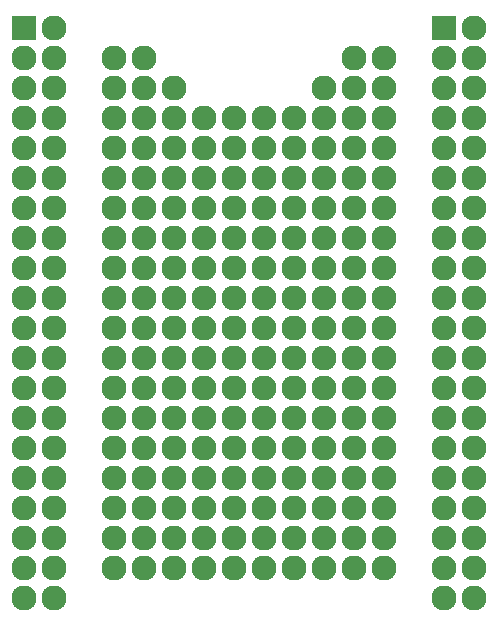
<source format=gts>
G04 #@! TF.FileFunction,Soldermask,Top*
%FSLAX46Y46*%
G04 Gerber Fmt 4.6, Leading zero omitted, Abs format (unit mm)*
G04 Created by KiCad (PCBNEW 4.0.1-3.201512221402+6198~38~ubuntu14.04.1-stable) date Sat 07 May 2016 10:22:12 PM PDT*
%MOMM*%
G01*
G04 APERTURE LIST*
%ADD10C,0.100000*%
%ADD11C,2.127200*%
%ADD12R,2.127200X2.127200*%
%ADD13O,2.127200X2.127200*%
G04 APERTURE END LIST*
D10*
D11*
X142748000Y-116840000D03*
X142748000Y-114300000D03*
X145288000Y-116840000D03*
X145288000Y-114300000D03*
X150368000Y-116840000D03*
X147828000Y-116840000D03*
X140208000Y-116840000D03*
X137668000Y-116840000D03*
X155448000Y-116840000D03*
X152908000Y-116840000D03*
X135128000Y-116840000D03*
X132588000Y-116840000D03*
X155448000Y-114300000D03*
X152908000Y-114300000D03*
X150368000Y-114300000D03*
X147828000Y-114300000D03*
X140208000Y-114300000D03*
X137668000Y-114300000D03*
X135128000Y-114300000D03*
X132588000Y-114300000D03*
X155448000Y-111760000D03*
X152908000Y-111760000D03*
X150368000Y-111760000D03*
X147828000Y-111760000D03*
X145288000Y-111760000D03*
X142748000Y-111760000D03*
X140208000Y-111760000D03*
X137668000Y-111760000D03*
X135128000Y-111760000D03*
X132588000Y-111760000D03*
X155448000Y-109220000D03*
X152908000Y-109220000D03*
X150368000Y-109220000D03*
X147828000Y-109220000D03*
X145288000Y-109220000D03*
X142748000Y-109220000D03*
X140208000Y-109220000D03*
X137668000Y-109220000D03*
X135128000Y-109220000D03*
X132588000Y-109220000D03*
X155448000Y-106680000D03*
X152908000Y-106680000D03*
X150368000Y-106680000D03*
X147828000Y-106680000D03*
X145288000Y-106680000D03*
X142748000Y-106680000D03*
X140208000Y-106680000D03*
X137668000Y-106680000D03*
X135128000Y-106680000D03*
X132588000Y-106680000D03*
X155448000Y-104140000D03*
X152908000Y-104140000D03*
X150368000Y-104140000D03*
X147828000Y-104140000D03*
X145288000Y-104140000D03*
X142748000Y-104140000D03*
X140208000Y-104140000D03*
X137668000Y-104140000D03*
X135128000Y-104140000D03*
X132588000Y-104140000D03*
X155448000Y-101600000D03*
X152908000Y-101600000D03*
X150368000Y-101600000D03*
X147828000Y-101600000D03*
X145288000Y-101600000D03*
X142748000Y-101600000D03*
X140208000Y-101600000D03*
X137668000Y-101600000D03*
X135128000Y-101600000D03*
X132588000Y-101600000D03*
X155448000Y-99060000D03*
X152908000Y-99060000D03*
X150368000Y-99060000D03*
X147828000Y-99060000D03*
X145288000Y-99060000D03*
X142748000Y-99060000D03*
X140208000Y-99060000D03*
X137668000Y-99060000D03*
X135128000Y-99060000D03*
X132588000Y-99060000D03*
X155448000Y-96520000D03*
X152908000Y-96520000D03*
X150368000Y-96520000D03*
X147828000Y-96520000D03*
X145288000Y-96520000D03*
X142748000Y-96520000D03*
X140208000Y-96520000D03*
X137668000Y-96520000D03*
X135128000Y-96520000D03*
X132588000Y-96520000D03*
X155448000Y-93980000D03*
X152908000Y-93980000D03*
X150368000Y-93980000D03*
X147828000Y-93980000D03*
X145288000Y-93980000D03*
X142748000Y-93980000D03*
X140208000Y-93980000D03*
X137668000Y-93980000D03*
X135128000Y-93980000D03*
X132588000Y-93980000D03*
X155448000Y-91440000D03*
X152908000Y-91440000D03*
X150368000Y-91440000D03*
X147828000Y-91440000D03*
X145288000Y-91440000D03*
X142748000Y-91440000D03*
X140208000Y-91440000D03*
X137668000Y-91440000D03*
X135128000Y-91440000D03*
X132588000Y-91440000D03*
X155448000Y-88900000D03*
X152908000Y-88900000D03*
X150368000Y-88900000D03*
X147828000Y-88900000D03*
X145288000Y-88900000D03*
X142748000Y-88900000D03*
X140208000Y-88900000D03*
X137668000Y-88900000D03*
X135128000Y-88900000D03*
X132588000Y-88900000D03*
X155448000Y-86360000D03*
X152908000Y-86360000D03*
X150368000Y-86360000D03*
X147828000Y-86360000D03*
X145288000Y-86360000D03*
X142748000Y-86360000D03*
X140208000Y-86360000D03*
X137668000Y-86360000D03*
X135128000Y-86360000D03*
X132588000Y-86360000D03*
X155448000Y-83820000D03*
X152908000Y-83820000D03*
X150368000Y-83820000D03*
X147828000Y-83820000D03*
X145288000Y-83820000D03*
X142748000Y-83820000D03*
X140208000Y-83820000D03*
X137668000Y-83820000D03*
X135128000Y-83820000D03*
X132588000Y-83820000D03*
X155448000Y-81280000D03*
X152908000Y-81280000D03*
X150368000Y-81280000D03*
X147828000Y-81280000D03*
X145288000Y-81280000D03*
X142748000Y-81280000D03*
X140208000Y-81280000D03*
X137668000Y-81280000D03*
X135128000Y-81280000D03*
X132588000Y-81280000D03*
X155448000Y-78740000D03*
X152908000Y-78740000D03*
X150368000Y-78740000D03*
X147828000Y-78740000D03*
X145288000Y-78740000D03*
X142748000Y-78740000D03*
X140208000Y-78740000D03*
X137668000Y-78740000D03*
X135128000Y-78740000D03*
X132588000Y-78740000D03*
X155448000Y-76200000D03*
X152908000Y-76200000D03*
X150368000Y-76200000D03*
X137668000Y-76200000D03*
X135128000Y-76200000D03*
X132588000Y-76200000D03*
X155448000Y-73660000D03*
X152908000Y-73660000D03*
X135128000Y-73660000D03*
X132588000Y-73660000D03*
D12*
X124968000Y-71120000D03*
D13*
X127508000Y-71120000D03*
X124968000Y-73660000D03*
X127508000Y-73660000D03*
X124968000Y-76200000D03*
X127508000Y-76200000D03*
X124968000Y-78740000D03*
X127508000Y-78740000D03*
X124968000Y-81280000D03*
X127508000Y-81280000D03*
X124968000Y-83820000D03*
X127508000Y-83820000D03*
X124968000Y-86360000D03*
X127508000Y-86360000D03*
X124968000Y-88900000D03*
X127508000Y-88900000D03*
X124968000Y-91440000D03*
X127508000Y-91440000D03*
X124968000Y-93980000D03*
X127508000Y-93980000D03*
X124968000Y-96520000D03*
X127508000Y-96520000D03*
X124968000Y-99060000D03*
X127508000Y-99060000D03*
X124968000Y-101600000D03*
X127508000Y-101600000D03*
X124968000Y-104140000D03*
X127508000Y-104140000D03*
X124968000Y-106680000D03*
X127508000Y-106680000D03*
X124968000Y-109220000D03*
X127508000Y-109220000D03*
X124968000Y-111760000D03*
X127508000Y-111760000D03*
X124968000Y-114300000D03*
X127508000Y-114300000D03*
X124968000Y-116840000D03*
X127508000Y-116840000D03*
X124968000Y-119380000D03*
X127508000Y-119380000D03*
D12*
X160528000Y-71120000D03*
D13*
X163068000Y-71120000D03*
X160528000Y-73660000D03*
X163068000Y-73660000D03*
X160528000Y-76200000D03*
X163068000Y-76200000D03*
X160528000Y-78740000D03*
X163068000Y-78740000D03*
X160528000Y-81280000D03*
X163068000Y-81280000D03*
X160528000Y-83820000D03*
X163068000Y-83820000D03*
X160528000Y-86360000D03*
X163068000Y-86360000D03*
X160528000Y-88900000D03*
X163068000Y-88900000D03*
X160528000Y-91440000D03*
X163068000Y-91440000D03*
X160528000Y-93980000D03*
X163068000Y-93980000D03*
X160528000Y-96520000D03*
X163068000Y-96520000D03*
X160528000Y-99060000D03*
X163068000Y-99060000D03*
X160528000Y-101600000D03*
X163068000Y-101600000D03*
X160528000Y-104140000D03*
X163068000Y-104140000D03*
X160528000Y-106680000D03*
X163068000Y-106680000D03*
X160528000Y-109220000D03*
X163068000Y-109220000D03*
X160528000Y-111760000D03*
X163068000Y-111760000D03*
X160528000Y-114300000D03*
X163068000Y-114300000D03*
X160528000Y-116840000D03*
X163068000Y-116840000D03*
X160528000Y-119380000D03*
X163068000Y-119380000D03*
M02*

</source>
